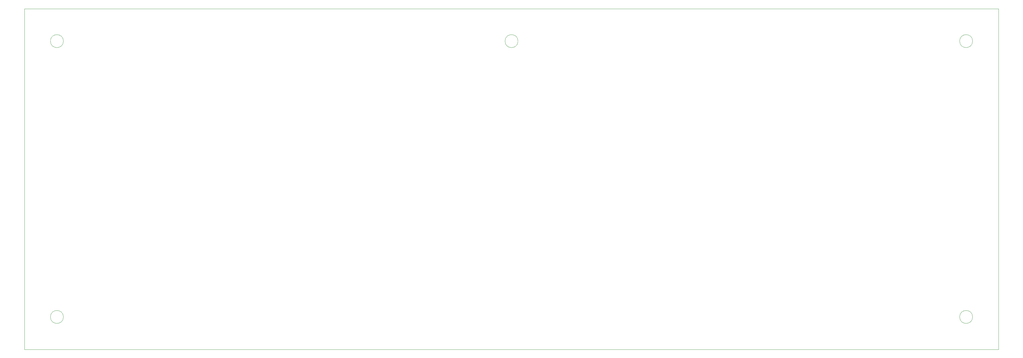
<source format=gbr>
G04 #@! TF.GenerationSoftware,KiCad,Pcbnew,(6.0.9)*
G04 #@! TF.CreationDate,2022-12-25T22:16:42-05:00*
G04 #@! TF.ProjectId,TSF_Soundboard,5453465f-536f-4756-9e64-626f6172642e,rev?*
G04 #@! TF.SameCoordinates,Original*
G04 #@! TF.FileFunction,Profile,NP*
%FSLAX46Y46*%
G04 Gerber Fmt 4.6, Leading zero omitted, Abs format (unit mm)*
G04 Created by KiCad (PCBNEW (6.0.9)) date 2022-12-25 22:16:42*
%MOMM*%
%LPD*%
G01*
G04 APERTURE LIST*
G04 #@! TA.AperFunction,Profile*
%ADD10C,0.050000*%
G04 #@! TD*
G04 APERTURE END LIST*
D10*
X320410000Y-120810000D02*
G75*
G03*
X320410000Y-120810000I-2000000J0D01*
G01*
X28410000Y-25810000D02*
X328410000Y-25810000D01*
X328410000Y-25810000D02*
X328410000Y-130810000D01*
X328410000Y-130810000D02*
X28410000Y-130810000D01*
X28410000Y-130810000D02*
X28410000Y-25810000D01*
X180410000Y-35810000D02*
G75*
G03*
X180410000Y-35810000I-2000000J0D01*
G01*
X40410000Y-35810000D02*
G75*
G03*
X40410000Y-35810000I-2000000J0D01*
G01*
X320410000Y-35810000D02*
G75*
G03*
X320410000Y-35810000I-2000000J0D01*
G01*
X40410000Y-120810000D02*
G75*
G03*
X40410000Y-120810000I-2000000J0D01*
G01*
M02*

</source>
